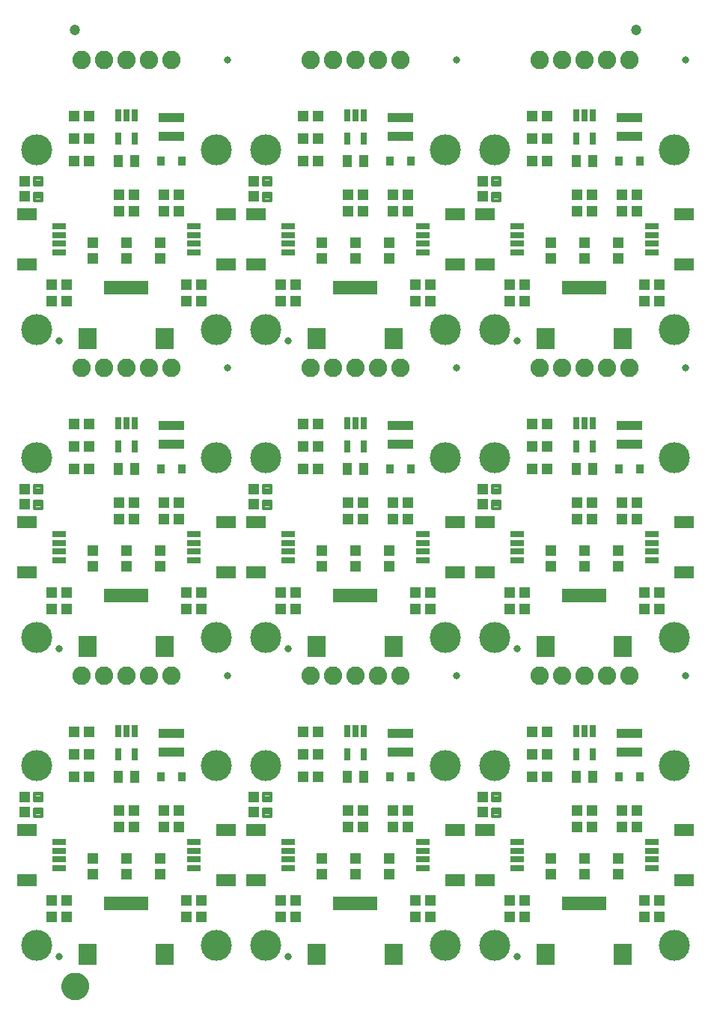
<source format=gts>
G75*
%MOIN*%
%OFA0B0*%
%FSLAX25Y25*%
%IPPOS*%
%LPD*%
%AMOC8*
5,1,8,0,0,1.08239X$1,22.5*
%
%ADD10R,0.05131X0.04737*%
%ADD11R,0.04737X0.05131*%
%ADD12R,0.08674X0.05524*%
%ADD13R,0.06115X0.03162*%
%ADD14C,0.13800*%
%ADD15C,0.03300*%
%ADD16C,0.08200*%
%ADD17R,0.01981X0.05918*%
%ADD18R,0.07887X0.09461*%
%ADD19C,0.01421*%
%ADD20R,0.02965X0.05524*%
%ADD21R,0.03950X0.05524*%
%ADD22R,0.03280X0.04068*%
%ADD23R,0.11430X0.03950*%
%ADD24C,0.04737*%
%ADD25C,0.05000*%
%ADD26C,0.06706*%
D10*
X0045404Y0051250D03*
X0052096Y0051250D03*
X0052096Y0058750D03*
X0045404Y0058750D03*
X0075404Y0091250D03*
X0082096Y0091250D03*
X0082096Y0098750D03*
X0075404Y0098750D03*
X0062096Y0113750D03*
X0055404Y0113750D03*
X0055404Y0123750D03*
X0062096Y0123750D03*
X0062096Y0133750D03*
X0055404Y0133750D03*
X0095404Y0098750D03*
X0095404Y0091250D03*
X0102096Y0091250D03*
X0102096Y0098750D03*
X0105404Y0058750D03*
X0105404Y0051250D03*
X0112096Y0051250D03*
X0112096Y0058750D03*
X0147404Y0058750D03*
X0147404Y0051250D03*
X0154096Y0051250D03*
X0154096Y0058750D03*
X0177404Y0091250D03*
X0184096Y0091250D03*
X0184096Y0098750D03*
X0177404Y0098750D03*
X0164096Y0113750D03*
X0157404Y0113750D03*
X0157404Y0123750D03*
X0164096Y0123750D03*
X0164096Y0133750D03*
X0157404Y0133750D03*
X0197404Y0098750D03*
X0197404Y0091250D03*
X0204096Y0091250D03*
X0204096Y0098750D03*
X0207404Y0058750D03*
X0214096Y0058750D03*
X0214096Y0051250D03*
X0207404Y0051250D03*
X0249404Y0051250D03*
X0249404Y0058750D03*
X0256096Y0058750D03*
X0256096Y0051250D03*
X0279404Y0091250D03*
X0279404Y0098750D03*
X0286096Y0098750D03*
X0286096Y0091250D03*
X0299404Y0091250D03*
X0306096Y0091250D03*
X0306096Y0098750D03*
X0299404Y0098750D03*
X0266096Y0113750D03*
X0259404Y0113750D03*
X0259404Y0123750D03*
X0266096Y0123750D03*
X0266096Y0133750D03*
X0259404Y0133750D03*
X0256096Y0188250D03*
X0256096Y0195750D03*
X0249404Y0195750D03*
X0249404Y0188250D03*
X0214096Y0188250D03*
X0207404Y0188250D03*
X0207404Y0195750D03*
X0214096Y0195750D03*
X0204096Y0228250D03*
X0204096Y0235750D03*
X0197404Y0235750D03*
X0197404Y0228250D03*
X0184096Y0228250D03*
X0177404Y0228250D03*
X0177404Y0235750D03*
X0184096Y0235750D03*
X0164096Y0250750D03*
X0157404Y0250750D03*
X0157404Y0260750D03*
X0164096Y0260750D03*
X0164096Y0270750D03*
X0157404Y0270750D03*
X0154096Y0325250D03*
X0154096Y0332750D03*
X0147404Y0332750D03*
X0147404Y0325250D03*
X0112096Y0325250D03*
X0112096Y0332750D03*
X0105404Y0332750D03*
X0105404Y0325250D03*
X0102096Y0365250D03*
X0102096Y0372750D03*
X0095404Y0372750D03*
X0095404Y0365250D03*
X0082096Y0365250D03*
X0075404Y0365250D03*
X0075404Y0372750D03*
X0082096Y0372750D03*
X0062096Y0387750D03*
X0055404Y0387750D03*
X0055404Y0397750D03*
X0062096Y0397750D03*
X0062096Y0407750D03*
X0055404Y0407750D03*
X0052096Y0332750D03*
X0045404Y0332750D03*
X0045404Y0325250D03*
X0052096Y0325250D03*
X0055404Y0270750D03*
X0062096Y0270750D03*
X0062096Y0260750D03*
X0055404Y0260750D03*
X0055404Y0250750D03*
X0062096Y0250750D03*
X0075404Y0235750D03*
X0082096Y0235750D03*
X0082096Y0228250D03*
X0075404Y0228250D03*
X0095404Y0228250D03*
X0095404Y0235750D03*
X0102096Y0235750D03*
X0102096Y0228250D03*
X0105404Y0195750D03*
X0105404Y0188250D03*
X0112096Y0188250D03*
X0112096Y0195750D03*
X0147404Y0195750D03*
X0147404Y0188250D03*
X0154096Y0188250D03*
X0154096Y0195750D03*
X0259404Y0250750D03*
X0266096Y0250750D03*
X0266096Y0260750D03*
X0259404Y0260750D03*
X0259404Y0270750D03*
X0266096Y0270750D03*
X0279404Y0235750D03*
X0279404Y0228250D03*
X0286096Y0228250D03*
X0286096Y0235750D03*
X0299404Y0235750D03*
X0306096Y0235750D03*
X0306096Y0228250D03*
X0299404Y0228250D03*
X0309404Y0195750D03*
X0316096Y0195750D03*
X0316096Y0188250D03*
X0309404Y0188250D03*
X0309404Y0058750D03*
X0316096Y0058750D03*
X0316096Y0051250D03*
X0309404Y0051250D03*
X0309404Y0325250D03*
X0316096Y0325250D03*
X0316096Y0332750D03*
X0309404Y0332750D03*
X0306096Y0365250D03*
X0299404Y0365250D03*
X0299404Y0372750D03*
X0306096Y0372750D03*
X0286096Y0372750D03*
X0286096Y0365250D03*
X0279404Y0365250D03*
X0279404Y0372750D03*
X0266096Y0387750D03*
X0259404Y0387750D03*
X0259404Y0397750D03*
X0266096Y0397750D03*
X0266096Y0407750D03*
X0259404Y0407750D03*
X0204096Y0372750D03*
X0204096Y0365250D03*
X0197404Y0365250D03*
X0197404Y0372750D03*
X0184096Y0372750D03*
X0177404Y0372750D03*
X0177404Y0365250D03*
X0184096Y0365250D03*
X0164096Y0387750D03*
X0157404Y0387750D03*
X0157404Y0397750D03*
X0164096Y0397750D03*
X0164096Y0407750D03*
X0157404Y0407750D03*
X0207404Y0332750D03*
X0214096Y0332750D03*
X0214096Y0325250D03*
X0207404Y0325250D03*
X0249404Y0325250D03*
X0249404Y0332750D03*
X0256096Y0332750D03*
X0256096Y0325250D03*
X0052096Y0195750D03*
X0045404Y0195750D03*
X0045404Y0188250D03*
X0052096Y0188250D03*
D11*
X0063750Y0207404D03*
X0063750Y0214096D03*
X0078750Y0214096D03*
X0078750Y0207404D03*
X0093750Y0207404D03*
X0093750Y0214096D03*
X0135474Y0234844D03*
X0135474Y0241537D03*
X0165750Y0214096D03*
X0165750Y0207404D03*
X0180750Y0207404D03*
X0180750Y0214096D03*
X0195750Y0214096D03*
X0195750Y0207404D03*
X0237474Y0234844D03*
X0237474Y0241537D03*
X0267750Y0214096D03*
X0267750Y0207404D03*
X0282750Y0207404D03*
X0282750Y0214096D03*
X0297750Y0214096D03*
X0297750Y0207404D03*
X0237474Y0104537D03*
X0237474Y0097844D03*
X0267750Y0077096D03*
X0267750Y0070404D03*
X0282750Y0070404D03*
X0282750Y0077096D03*
X0297750Y0077096D03*
X0297750Y0070404D03*
X0195750Y0070404D03*
X0195750Y0077096D03*
X0180750Y0077096D03*
X0180750Y0070404D03*
X0165750Y0070404D03*
X0165750Y0077096D03*
X0135474Y0097844D03*
X0135474Y0104537D03*
X0093750Y0077096D03*
X0093750Y0070404D03*
X0078750Y0070404D03*
X0078750Y0077096D03*
X0063750Y0077096D03*
X0063750Y0070404D03*
X0033474Y0097844D03*
X0033474Y0104537D03*
X0033474Y0234844D03*
X0033474Y0241537D03*
X0063750Y0344404D03*
X0063750Y0351096D03*
X0078750Y0351096D03*
X0078750Y0344404D03*
X0093750Y0344404D03*
X0093750Y0351096D03*
X0135474Y0371844D03*
X0135474Y0378537D03*
X0165750Y0351096D03*
X0165750Y0344404D03*
X0180750Y0344404D03*
X0180750Y0351096D03*
X0195750Y0351096D03*
X0195750Y0344404D03*
X0237474Y0371844D03*
X0237474Y0378537D03*
X0267750Y0351096D03*
X0267750Y0344404D03*
X0282750Y0344404D03*
X0282750Y0351096D03*
X0297750Y0351096D03*
X0297750Y0344404D03*
X0033474Y0371844D03*
X0033474Y0378537D03*
D12*
X0034281Y0363774D03*
X0034281Y0341726D03*
X0123219Y0341726D03*
X0136281Y0341726D03*
X0136281Y0363774D03*
X0123219Y0363774D03*
X0225219Y0363774D03*
X0238281Y0363774D03*
X0238281Y0341726D03*
X0225219Y0341726D03*
X0327219Y0341726D03*
X0327219Y0363774D03*
X0327219Y0226774D03*
X0327219Y0204726D03*
X0238281Y0204726D03*
X0225219Y0204726D03*
X0225219Y0226774D03*
X0238281Y0226774D03*
X0136281Y0226774D03*
X0123219Y0226774D03*
X0123219Y0204726D03*
X0136281Y0204726D03*
X0034281Y0204726D03*
X0034281Y0226774D03*
X0034281Y0089774D03*
X0034281Y0067726D03*
X0123219Y0067726D03*
X0136281Y0067726D03*
X0136281Y0089774D03*
X0123219Y0089774D03*
X0225219Y0089774D03*
X0238281Y0089774D03*
X0238281Y0067726D03*
X0225219Y0067726D03*
X0327219Y0067726D03*
X0327219Y0089774D03*
D13*
X0312750Y0084656D03*
X0312750Y0080719D03*
X0312750Y0076781D03*
X0312750Y0072844D03*
X0252750Y0072844D03*
X0252750Y0076781D03*
X0252750Y0080719D03*
X0252750Y0084656D03*
X0210750Y0084656D03*
X0210750Y0080719D03*
X0210750Y0076781D03*
X0210750Y0072844D03*
X0150750Y0072844D03*
X0150750Y0076781D03*
X0150750Y0080719D03*
X0150750Y0084656D03*
X0108750Y0084656D03*
X0108750Y0080719D03*
X0108750Y0076781D03*
X0108750Y0072844D03*
X0048750Y0072844D03*
X0048750Y0076781D03*
X0048750Y0080719D03*
X0048750Y0084656D03*
X0048750Y0209844D03*
X0048750Y0213781D03*
X0048750Y0217719D03*
X0048750Y0221656D03*
X0108750Y0221656D03*
X0108750Y0217719D03*
X0108750Y0213781D03*
X0108750Y0209844D03*
X0150750Y0209844D03*
X0150750Y0213781D03*
X0150750Y0217719D03*
X0150750Y0221656D03*
X0210750Y0221656D03*
X0210750Y0217719D03*
X0210750Y0213781D03*
X0210750Y0209844D03*
X0252750Y0209844D03*
X0252750Y0213781D03*
X0252750Y0217719D03*
X0252750Y0221656D03*
X0312750Y0221656D03*
X0312750Y0217719D03*
X0312750Y0213781D03*
X0312750Y0209844D03*
X0312750Y0346844D03*
X0312750Y0350781D03*
X0312750Y0354719D03*
X0312750Y0358656D03*
X0252750Y0358656D03*
X0252750Y0354719D03*
X0252750Y0350781D03*
X0252750Y0346844D03*
X0210750Y0346844D03*
X0210750Y0350781D03*
X0210750Y0354719D03*
X0210750Y0358656D03*
X0150750Y0358656D03*
X0150750Y0354719D03*
X0150750Y0350781D03*
X0150750Y0346844D03*
X0108750Y0346844D03*
X0108750Y0350781D03*
X0108750Y0354719D03*
X0108750Y0358656D03*
X0048750Y0358656D03*
X0048750Y0354719D03*
X0048750Y0350781D03*
X0048750Y0346844D03*
D14*
X0038750Y0038750D03*
X0038750Y0118750D03*
X0038750Y0175750D03*
X0038750Y0255750D03*
X0038750Y0312750D03*
X0038750Y0392750D03*
X0118750Y0392750D03*
X0140750Y0392750D03*
X0140750Y0312750D03*
X0118750Y0312750D03*
X0118750Y0255750D03*
X0140750Y0255750D03*
X0140750Y0175750D03*
X0118750Y0175750D03*
X0118750Y0118750D03*
X0140750Y0118750D03*
X0140750Y0038750D03*
X0118750Y0038750D03*
X0220750Y0038750D03*
X0242750Y0038750D03*
X0242750Y0118750D03*
X0220750Y0118750D03*
X0220750Y0175750D03*
X0242750Y0175750D03*
X0242750Y0255750D03*
X0220750Y0255750D03*
X0220750Y0312750D03*
X0242750Y0312750D03*
X0242750Y0392750D03*
X0220750Y0392750D03*
X0322750Y0392750D03*
X0322750Y0312750D03*
X0322750Y0255750D03*
X0322750Y0175750D03*
X0322750Y0118750D03*
X0322750Y0038750D03*
D15*
X0252750Y0033750D03*
X0150750Y0033750D03*
X0048750Y0033750D03*
X0123750Y0158750D03*
X0150750Y0170750D03*
X0225750Y0158750D03*
X0252750Y0170750D03*
X0327750Y0158750D03*
X0327750Y0295750D03*
X0252750Y0307750D03*
X0225750Y0295750D03*
X0150750Y0307750D03*
X0123750Y0295750D03*
X0048750Y0307750D03*
X0123750Y0432750D03*
X0225750Y0432750D03*
X0327750Y0432750D03*
X0048750Y0170750D03*
D16*
X0058750Y0158750D03*
X0068750Y0158750D03*
X0078750Y0158750D03*
X0088750Y0158750D03*
X0098750Y0158750D03*
X0160750Y0158750D03*
X0170750Y0158750D03*
X0180750Y0158750D03*
X0190750Y0158750D03*
X0200750Y0158750D03*
X0262750Y0158750D03*
X0272750Y0158750D03*
X0282750Y0158750D03*
X0292750Y0158750D03*
X0302750Y0158750D03*
X0302750Y0295750D03*
X0292750Y0295750D03*
X0282750Y0295750D03*
X0272750Y0295750D03*
X0262750Y0295750D03*
X0200750Y0295750D03*
X0190750Y0295750D03*
X0180750Y0295750D03*
X0170750Y0295750D03*
X0160750Y0295750D03*
X0098750Y0295750D03*
X0088750Y0295750D03*
X0078750Y0295750D03*
X0068750Y0295750D03*
X0058750Y0295750D03*
X0058750Y0432750D03*
X0068750Y0432750D03*
X0078750Y0432750D03*
X0088750Y0432750D03*
X0098750Y0432750D03*
X0160750Y0432750D03*
X0170750Y0432750D03*
X0180750Y0432750D03*
X0190750Y0432750D03*
X0200750Y0432750D03*
X0262750Y0432750D03*
X0272750Y0432750D03*
X0282750Y0432750D03*
X0292750Y0432750D03*
X0302750Y0432750D03*
D17*
X0291411Y0331136D03*
X0289443Y0331136D03*
X0287474Y0331136D03*
X0285506Y0331136D03*
X0283537Y0331136D03*
X0281569Y0331136D03*
X0279600Y0331136D03*
X0277632Y0331136D03*
X0275663Y0331136D03*
X0273695Y0331136D03*
X0189411Y0331136D03*
X0187443Y0331136D03*
X0185474Y0331136D03*
X0183506Y0331136D03*
X0181537Y0331136D03*
X0179569Y0331136D03*
X0177600Y0331136D03*
X0175632Y0331136D03*
X0173663Y0331136D03*
X0171695Y0331136D03*
X0087411Y0331136D03*
X0085443Y0331136D03*
X0083474Y0331136D03*
X0081506Y0331136D03*
X0079537Y0331136D03*
X0077569Y0331136D03*
X0075600Y0331136D03*
X0073632Y0331136D03*
X0071663Y0331136D03*
X0069695Y0331136D03*
X0069695Y0194136D03*
X0071663Y0194136D03*
X0073632Y0194136D03*
X0075600Y0194136D03*
X0077569Y0194136D03*
X0079537Y0194136D03*
X0081506Y0194136D03*
X0083474Y0194136D03*
X0085443Y0194136D03*
X0087411Y0194136D03*
X0171695Y0194136D03*
X0173663Y0194136D03*
X0175632Y0194136D03*
X0177600Y0194136D03*
X0179569Y0194136D03*
X0181537Y0194136D03*
X0183506Y0194136D03*
X0185474Y0194136D03*
X0187443Y0194136D03*
X0189411Y0194136D03*
X0273695Y0194136D03*
X0275663Y0194136D03*
X0277632Y0194136D03*
X0279600Y0194136D03*
X0281569Y0194136D03*
X0283537Y0194136D03*
X0285506Y0194136D03*
X0287474Y0194136D03*
X0289443Y0194136D03*
X0291411Y0194136D03*
X0291411Y0057136D03*
X0289443Y0057136D03*
X0287474Y0057136D03*
X0285506Y0057136D03*
X0283537Y0057136D03*
X0281569Y0057136D03*
X0279600Y0057136D03*
X0277632Y0057136D03*
X0275663Y0057136D03*
X0273695Y0057136D03*
X0189411Y0057136D03*
X0187443Y0057136D03*
X0185474Y0057136D03*
X0183506Y0057136D03*
X0181537Y0057136D03*
X0179569Y0057136D03*
X0177600Y0057136D03*
X0175632Y0057136D03*
X0173663Y0057136D03*
X0171695Y0057136D03*
X0087411Y0057136D03*
X0085443Y0057136D03*
X0083474Y0057136D03*
X0081506Y0057136D03*
X0079537Y0057136D03*
X0077569Y0057136D03*
X0075600Y0057136D03*
X0073632Y0057136D03*
X0071663Y0057136D03*
X0069695Y0057136D03*
D18*
X0061427Y0034695D03*
X0095679Y0034695D03*
X0163427Y0034695D03*
X0197679Y0034695D03*
X0265427Y0034695D03*
X0299679Y0034695D03*
X0299679Y0171695D03*
X0265427Y0171695D03*
X0197679Y0171695D03*
X0163427Y0171695D03*
X0095679Y0171695D03*
X0061427Y0171695D03*
X0061427Y0308695D03*
X0095679Y0308695D03*
X0163427Y0308695D03*
X0197679Y0308695D03*
X0265427Y0308695D03*
X0299679Y0308695D03*
D19*
X0245038Y0373396D02*
X0241722Y0373396D01*
X0245038Y0373396D02*
X0245038Y0370080D01*
X0241722Y0370080D01*
X0241722Y0373396D01*
X0241722Y0371500D02*
X0245038Y0371500D01*
X0245038Y0372920D02*
X0241722Y0372920D01*
X0241722Y0380302D02*
X0245038Y0380302D01*
X0245038Y0376986D01*
X0241722Y0376986D01*
X0241722Y0380302D01*
X0241722Y0378406D02*
X0245038Y0378406D01*
X0245038Y0379826D02*
X0241722Y0379826D01*
X0143038Y0380302D02*
X0139722Y0380302D01*
X0143038Y0380302D02*
X0143038Y0376986D01*
X0139722Y0376986D01*
X0139722Y0380302D01*
X0139722Y0378406D02*
X0143038Y0378406D01*
X0143038Y0379826D02*
X0139722Y0379826D01*
X0139722Y0373396D02*
X0143038Y0373396D01*
X0143038Y0370080D01*
X0139722Y0370080D01*
X0139722Y0373396D01*
X0139722Y0371500D02*
X0143038Y0371500D01*
X0143038Y0372920D02*
X0139722Y0372920D01*
X0041038Y0373396D02*
X0037722Y0373396D01*
X0041038Y0373396D02*
X0041038Y0370080D01*
X0037722Y0370080D01*
X0037722Y0373396D01*
X0037722Y0371500D02*
X0041038Y0371500D01*
X0041038Y0372920D02*
X0037722Y0372920D01*
X0037722Y0380302D02*
X0041038Y0380302D01*
X0041038Y0376986D01*
X0037722Y0376986D01*
X0037722Y0380302D01*
X0037722Y0378406D02*
X0041038Y0378406D01*
X0041038Y0379826D02*
X0037722Y0379826D01*
X0037722Y0243302D02*
X0041038Y0243302D01*
X0041038Y0239986D01*
X0037722Y0239986D01*
X0037722Y0243302D01*
X0037722Y0241406D02*
X0041038Y0241406D01*
X0041038Y0242826D02*
X0037722Y0242826D01*
X0037722Y0236396D02*
X0041038Y0236396D01*
X0041038Y0233080D01*
X0037722Y0233080D01*
X0037722Y0236396D01*
X0037722Y0234500D02*
X0041038Y0234500D01*
X0041038Y0235920D02*
X0037722Y0235920D01*
X0139722Y0236396D02*
X0143038Y0236396D01*
X0143038Y0233080D01*
X0139722Y0233080D01*
X0139722Y0236396D01*
X0139722Y0234500D02*
X0143038Y0234500D01*
X0143038Y0235920D02*
X0139722Y0235920D01*
X0139722Y0243302D02*
X0143038Y0243302D01*
X0143038Y0239986D01*
X0139722Y0239986D01*
X0139722Y0243302D01*
X0139722Y0241406D02*
X0143038Y0241406D01*
X0143038Y0242826D02*
X0139722Y0242826D01*
X0241722Y0243302D02*
X0245038Y0243302D01*
X0245038Y0239986D01*
X0241722Y0239986D01*
X0241722Y0243302D01*
X0241722Y0241406D02*
X0245038Y0241406D01*
X0245038Y0242826D02*
X0241722Y0242826D01*
X0241722Y0236396D02*
X0245038Y0236396D01*
X0245038Y0233080D01*
X0241722Y0233080D01*
X0241722Y0236396D01*
X0241722Y0234500D02*
X0245038Y0234500D01*
X0245038Y0235920D02*
X0241722Y0235920D01*
X0241722Y0106302D02*
X0245038Y0106302D01*
X0245038Y0102986D01*
X0241722Y0102986D01*
X0241722Y0106302D01*
X0241722Y0104406D02*
X0245038Y0104406D01*
X0245038Y0105826D02*
X0241722Y0105826D01*
X0241722Y0099396D02*
X0245038Y0099396D01*
X0245038Y0096080D01*
X0241722Y0096080D01*
X0241722Y0099396D01*
X0241722Y0097500D02*
X0245038Y0097500D01*
X0245038Y0098920D02*
X0241722Y0098920D01*
X0143038Y0099396D02*
X0139722Y0099396D01*
X0143038Y0099396D02*
X0143038Y0096080D01*
X0139722Y0096080D01*
X0139722Y0099396D01*
X0139722Y0097500D02*
X0143038Y0097500D01*
X0143038Y0098920D02*
X0139722Y0098920D01*
X0139722Y0106302D02*
X0143038Y0106302D01*
X0143038Y0102986D01*
X0139722Y0102986D01*
X0139722Y0106302D01*
X0139722Y0104406D02*
X0143038Y0104406D01*
X0143038Y0105826D02*
X0139722Y0105826D01*
X0041038Y0106302D02*
X0037722Y0106302D01*
X0041038Y0106302D02*
X0041038Y0102986D01*
X0037722Y0102986D01*
X0037722Y0106302D01*
X0037722Y0104406D02*
X0041038Y0104406D01*
X0041038Y0105826D02*
X0037722Y0105826D01*
X0037722Y0099396D02*
X0041038Y0099396D01*
X0041038Y0096080D01*
X0037722Y0096080D01*
X0037722Y0099396D01*
X0037722Y0097500D02*
X0041038Y0097500D01*
X0041038Y0098920D02*
X0037722Y0098920D01*
D20*
X0075010Y0123631D03*
X0082490Y0123631D03*
X0082490Y0133869D03*
X0078750Y0133869D03*
X0075010Y0133869D03*
X0177010Y0133869D03*
X0180750Y0133869D03*
X0184490Y0133869D03*
X0184490Y0123631D03*
X0177010Y0123631D03*
X0279010Y0123631D03*
X0286490Y0123631D03*
X0286490Y0133869D03*
X0282750Y0133869D03*
X0279010Y0133869D03*
X0279010Y0260631D03*
X0286490Y0260631D03*
X0286490Y0270869D03*
X0282750Y0270869D03*
X0279010Y0270869D03*
X0184490Y0270869D03*
X0180750Y0270869D03*
X0177010Y0270869D03*
X0177010Y0260631D03*
X0184490Y0260631D03*
X0082490Y0260631D03*
X0075010Y0260631D03*
X0075010Y0270869D03*
X0078750Y0270869D03*
X0082490Y0270869D03*
X0082490Y0397631D03*
X0075010Y0397631D03*
X0075010Y0407869D03*
X0078750Y0407869D03*
X0082490Y0407869D03*
X0177010Y0407869D03*
X0180750Y0407869D03*
X0184490Y0407869D03*
X0184490Y0397631D03*
X0177010Y0397631D03*
X0279010Y0397631D03*
X0286490Y0397631D03*
X0286490Y0407869D03*
X0282750Y0407869D03*
X0279010Y0407869D03*
D21*
X0279207Y0387750D03*
X0286293Y0387750D03*
X0184293Y0387750D03*
X0177207Y0387750D03*
X0082293Y0387750D03*
X0075207Y0387750D03*
X0075207Y0250750D03*
X0082293Y0250750D03*
X0177207Y0250750D03*
X0184293Y0250750D03*
X0279207Y0250750D03*
X0286293Y0250750D03*
X0286293Y0113750D03*
X0279207Y0113750D03*
X0184293Y0113750D03*
X0177207Y0113750D03*
X0082293Y0113750D03*
X0075207Y0113750D03*
D22*
X0094222Y0113750D03*
X0103278Y0113750D03*
X0196222Y0113750D03*
X0205278Y0113750D03*
X0298222Y0113750D03*
X0307278Y0113750D03*
X0307278Y0250750D03*
X0298222Y0250750D03*
X0205278Y0250750D03*
X0196222Y0250750D03*
X0103278Y0250750D03*
X0094222Y0250750D03*
X0094222Y0387750D03*
X0103278Y0387750D03*
X0196222Y0387750D03*
X0205278Y0387750D03*
X0298222Y0387750D03*
X0307278Y0387750D03*
D23*
X0302750Y0398419D03*
X0302750Y0407081D03*
X0200750Y0407081D03*
X0200750Y0398419D03*
X0098750Y0398419D03*
X0098750Y0407081D03*
X0098750Y0270081D03*
X0098750Y0261419D03*
X0200750Y0261419D03*
X0200750Y0270081D03*
X0302750Y0270081D03*
X0302750Y0261419D03*
X0302750Y0133081D03*
X0302750Y0124419D03*
X0200750Y0124419D03*
X0200750Y0133081D03*
X0098750Y0133081D03*
X0098750Y0124419D03*
D24*
X0055750Y0446000D03*
X0305750Y0446000D03*
D25*
X0052185Y0020500D02*
X0052187Y0020619D01*
X0052193Y0020738D01*
X0052203Y0020857D01*
X0052217Y0020975D01*
X0052235Y0021093D01*
X0052256Y0021210D01*
X0052282Y0021326D01*
X0052312Y0021442D01*
X0052345Y0021556D01*
X0052382Y0021669D01*
X0052423Y0021781D01*
X0052468Y0021892D01*
X0052516Y0022001D01*
X0052568Y0022108D01*
X0052624Y0022213D01*
X0052683Y0022317D01*
X0052745Y0022418D01*
X0052811Y0022518D01*
X0052880Y0022615D01*
X0052952Y0022709D01*
X0053028Y0022802D01*
X0053106Y0022891D01*
X0053187Y0022978D01*
X0053272Y0023063D01*
X0053359Y0023144D01*
X0053448Y0023222D01*
X0053541Y0023298D01*
X0053635Y0023370D01*
X0053732Y0023439D01*
X0053832Y0023505D01*
X0053933Y0023567D01*
X0054037Y0023626D01*
X0054142Y0023682D01*
X0054249Y0023734D01*
X0054358Y0023782D01*
X0054469Y0023827D01*
X0054581Y0023868D01*
X0054694Y0023905D01*
X0054808Y0023938D01*
X0054924Y0023968D01*
X0055040Y0023994D01*
X0055157Y0024015D01*
X0055275Y0024033D01*
X0055393Y0024047D01*
X0055512Y0024057D01*
X0055631Y0024063D01*
X0055750Y0024065D01*
X0055869Y0024063D01*
X0055988Y0024057D01*
X0056107Y0024047D01*
X0056225Y0024033D01*
X0056343Y0024015D01*
X0056460Y0023994D01*
X0056576Y0023968D01*
X0056692Y0023938D01*
X0056806Y0023905D01*
X0056919Y0023868D01*
X0057031Y0023827D01*
X0057142Y0023782D01*
X0057251Y0023734D01*
X0057358Y0023682D01*
X0057463Y0023626D01*
X0057567Y0023567D01*
X0057668Y0023505D01*
X0057768Y0023439D01*
X0057865Y0023370D01*
X0057959Y0023298D01*
X0058052Y0023222D01*
X0058141Y0023144D01*
X0058228Y0023063D01*
X0058313Y0022978D01*
X0058394Y0022891D01*
X0058472Y0022802D01*
X0058548Y0022709D01*
X0058620Y0022615D01*
X0058689Y0022518D01*
X0058755Y0022418D01*
X0058817Y0022317D01*
X0058876Y0022213D01*
X0058932Y0022108D01*
X0058984Y0022001D01*
X0059032Y0021892D01*
X0059077Y0021781D01*
X0059118Y0021669D01*
X0059155Y0021556D01*
X0059188Y0021442D01*
X0059218Y0021326D01*
X0059244Y0021210D01*
X0059265Y0021093D01*
X0059283Y0020975D01*
X0059297Y0020857D01*
X0059307Y0020738D01*
X0059313Y0020619D01*
X0059315Y0020500D01*
X0059313Y0020381D01*
X0059307Y0020262D01*
X0059297Y0020143D01*
X0059283Y0020025D01*
X0059265Y0019907D01*
X0059244Y0019790D01*
X0059218Y0019674D01*
X0059188Y0019558D01*
X0059155Y0019444D01*
X0059118Y0019331D01*
X0059077Y0019219D01*
X0059032Y0019108D01*
X0058984Y0018999D01*
X0058932Y0018892D01*
X0058876Y0018787D01*
X0058817Y0018683D01*
X0058755Y0018582D01*
X0058689Y0018482D01*
X0058620Y0018385D01*
X0058548Y0018291D01*
X0058472Y0018198D01*
X0058394Y0018109D01*
X0058313Y0018022D01*
X0058228Y0017937D01*
X0058141Y0017856D01*
X0058052Y0017778D01*
X0057959Y0017702D01*
X0057865Y0017630D01*
X0057768Y0017561D01*
X0057668Y0017495D01*
X0057567Y0017433D01*
X0057463Y0017374D01*
X0057358Y0017318D01*
X0057251Y0017266D01*
X0057142Y0017218D01*
X0057031Y0017173D01*
X0056919Y0017132D01*
X0056806Y0017095D01*
X0056692Y0017062D01*
X0056576Y0017032D01*
X0056460Y0017006D01*
X0056343Y0016985D01*
X0056225Y0016967D01*
X0056107Y0016953D01*
X0055988Y0016943D01*
X0055869Y0016937D01*
X0055750Y0016935D01*
X0055631Y0016937D01*
X0055512Y0016943D01*
X0055393Y0016953D01*
X0055275Y0016967D01*
X0055157Y0016985D01*
X0055040Y0017006D01*
X0054924Y0017032D01*
X0054808Y0017062D01*
X0054694Y0017095D01*
X0054581Y0017132D01*
X0054469Y0017173D01*
X0054358Y0017218D01*
X0054249Y0017266D01*
X0054142Y0017318D01*
X0054037Y0017374D01*
X0053933Y0017433D01*
X0053832Y0017495D01*
X0053732Y0017561D01*
X0053635Y0017630D01*
X0053541Y0017702D01*
X0053448Y0017778D01*
X0053359Y0017856D01*
X0053272Y0017937D01*
X0053187Y0018022D01*
X0053106Y0018109D01*
X0053028Y0018198D01*
X0052952Y0018291D01*
X0052880Y0018385D01*
X0052811Y0018482D01*
X0052745Y0018582D01*
X0052683Y0018683D01*
X0052624Y0018787D01*
X0052568Y0018892D01*
X0052516Y0018999D01*
X0052468Y0019108D01*
X0052423Y0019219D01*
X0052382Y0019331D01*
X0052345Y0019444D01*
X0052312Y0019558D01*
X0052282Y0019674D01*
X0052256Y0019790D01*
X0052235Y0019907D01*
X0052217Y0020025D01*
X0052203Y0020143D01*
X0052193Y0020262D01*
X0052187Y0020381D01*
X0052185Y0020500D01*
D26*
X0055750Y0020500D03*
M02*

</source>
